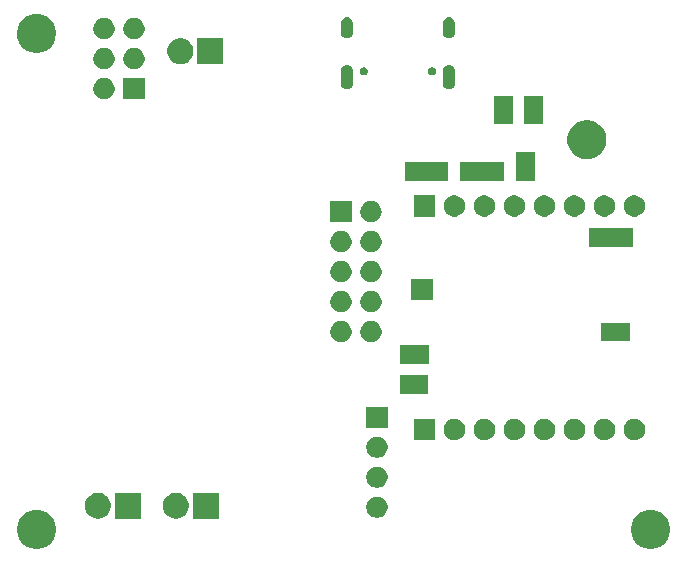
<source format=gbr>
G04 #@! TF.GenerationSoftware,KiCad,Pcbnew,(5.1.5)-2*
G04 #@! TF.CreationDate,2021-03-29T00:27:03+02:00*
G04 #@! TF.ProjectId,Versie1,56657273-6965-4312-9e6b-696361645f70,rev?*
G04 #@! TF.SameCoordinates,Original*
G04 #@! TF.FileFunction,Soldermask,Bot*
G04 #@! TF.FilePolarity,Negative*
%FSLAX46Y46*%
G04 Gerber Fmt 4.6, Leading zero omitted, Abs format (unit mm)*
G04 Created by KiCad (PCBNEW (5.1.5)-2) date 2021-03-29 00:27:03*
%MOMM*%
%LPD*%
G04 APERTURE LIST*
%ADD10C,0.100000*%
G04 APERTURE END LIST*
D10*
G36*
X115375256Y-118391298D02*
G01*
X115481579Y-118412447D01*
X115782042Y-118536903D01*
X116052451Y-118717585D01*
X116282415Y-118947549D01*
X116463097Y-119217958D01*
X116587553Y-119518421D01*
X116651000Y-119837391D01*
X116651000Y-120162609D01*
X116587553Y-120481579D01*
X116463097Y-120782042D01*
X116282415Y-121052451D01*
X116052451Y-121282415D01*
X115782042Y-121463097D01*
X115481579Y-121587553D01*
X115375256Y-121608702D01*
X115162611Y-121651000D01*
X114837389Y-121651000D01*
X114624744Y-121608702D01*
X114518421Y-121587553D01*
X114217958Y-121463097D01*
X113947549Y-121282415D01*
X113717585Y-121052451D01*
X113536903Y-120782042D01*
X113412447Y-120481579D01*
X113349000Y-120162609D01*
X113349000Y-119837391D01*
X113412447Y-119518421D01*
X113536903Y-119217958D01*
X113717585Y-118947549D01*
X113947549Y-118717585D01*
X114217958Y-118536903D01*
X114518421Y-118412447D01*
X114624744Y-118391298D01*
X114837389Y-118349000D01*
X115162611Y-118349000D01*
X115375256Y-118391298D01*
G37*
G36*
X63375256Y-118391298D02*
G01*
X63481579Y-118412447D01*
X63782042Y-118536903D01*
X64052451Y-118717585D01*
X64282415Y-118947549D01*
X64463097Y-119217958D01*
X64587553Y-119518421D01*
X64651000Y-119837391D01*
X64651000Y-120162609D01*
X64587553Y-120481579D01*
X64463097Y-120782042D01*
X64282415Y-121052451D01*
X64052451Y-121282415D01*
X63782042Y-121463097D01*
X63481579Y-121587553D01*
X63375256Y-121608702D01*
X63162611Y-121651000D01*
X62837389Y-121651000D01*
X62624744Y-121608702D01*
X62518421Y-121587553D01*
X62217958Y-121463097D01*
X61947549Y-121282415D01*
X61717585Y-121052451D01*
X61536903Y-120782042D01*
X61412447Y-120481579D01*
X61349000Y-120162609D01*
X61349000Y-119837391D01*
X61412447Y-119518421D01*
X61536903Y-119217958D01*
X61717585Y-118947549D01*
X61947549Y-118717585D01*
X62217958Y-118536903D01*
X62518421Y-118412447D01*
X62624744Y-118391298D01*
X62837389Y-118349000D01*
X63162611Y-118349000D01*
X63375256Y-118391298D01*
G37*
G36*
X78444000Y-119084000D02*
G01*
X76242000Y-119084000D01*
X76242000Y-116882000D01*
X78444000Y-116882000D01*
X78444000Y-119084000D01*
G37*
G36*
X75017795Y-116903156D02*
G01*
X75124150Y-116924311D01*
X75324520Y-117007307D01*
X75504844Y-117127795D01*
X75658205Y-117281156D01*
X75778693Y-117461480D01*
X75778693Y-117461481D01*
X75861689Y-117661850D01*
X75904000Y-117874561D01*
X75904000Y-118091439D01*
X75861689Y-118304150D01*
X75833248Y-118372812D01*
X75778693Y-118504520D01*
X75658205Y-118684844D01*
X75504844Y-118838205D01*
X75324520Y-118958693D01*
X75281829Y-118976376D01*
X75124150Y-119041689D01*
X75017794Y-119062845D01*
X74911440Y-119084000D01*
X74694560Y-119084000D01*
X74588206Y-119062845D01*
X74481850Y-119041689D01*
X74324171Y-118976376D01*
X74281480Y-118958693D01*
X74101156Y-118838205D01*
X73947795Y-118684844D01*
X73827307Y-118504520D01*
X73772752Y-118372812D01*
X73744311Y-118304150D01*
X73702000Y-118091439D01*
X73702000Y-117874561D01*
X73744311Y-117661850D01*
X73827307Y-117461481D01*
X73827307Y-117461480D01*
X73947795Y-117281156D01*
X74101156Y-117127795D01*
X74281480Y-117007307D01*
X74481850Y-116924311D01*
X74588205Y-116903156D01*
X74694560Y-116882000D01*
X74911440Y-116882000D01*
X75017795Y-116903156D01*
G37*
G36*
X71840000Y-119084000D02*
G01*
X69638000Y-119084000D01*
X69638000Y-116882000D01*
X71840000Y-116882000D01*
X71840000Y-119084000D01*
G37*
G36*
X68413795Y-116903156D02*
G01*
X68520150Y-116924311D01*
X68720520Y-117007307D01*
X68900844Y-117127795D01*
X69054205Y-117281156D01*
X69174693Y-117461480D01*
X69174693Y-117461481D01*
X69257689Y-117661850D01*
X69300000Y-117874561D01*
X69300000Y-118091439D01*
X69257689Y-118304150D01*
X69229248Y-118372812D01*
X69174693Y-118504520D01*
X69054205Y-118684844D01*
X68900844Y-118838205D01*
X68720520Y-118958693D01*
X68677829Y-118976376D01*
X68520150Y-119041689D01*
X68413794Y-119062845D01*
X68307440Y-119084000D01*
X68090560Y-119084000D01*
X67984206Y-119062845D01*
X67877850Y-119041689D01*
X67720171Y-118976376D01*
X67677480Y-118958693D01*
X67497156Y-118838205D01*
X67343795Y-118684844D01*
X67223307Y-118504520D01*
X67168752Y-118372812D01*
X67140311Y-118304150D01*
X67098000Y-118091439D01*
X67098000Y-117874561D01*
X67140311Y-117661850D01*
X67223307Y-117461481D01*
X67223307Y-117461480D01*
X67343795Y-117281156D01*
X67497156Y-117127795D01*
X67677480Y-117007307D01*
X67877850Y-116924311D01*
X67984205Y-116903156D01*
X68090560Y-116882000D01*
X68307440Y-116882000D01*
X68413795Y-116903156D01*
G37*
G36*
X91934512Y-117213927D02*
G01*
X92083812Y-117243624D01*
X92247784Y-117311544D01*
X92395354Y-117410147D01*
X92520853Y-117535646D01*
X92619456Y-117683216D01*
X92687376Y-117847188D01*
X92722000Y-118021259D01*
X92722000Y-118198741D01*
X92687376Y-118372812D01*
X92619456Y-118536784D01*
X92520853Y-118684354D01*
X92395354Y-118809853D01*
X92247784Y-118908456D01*
X92083812Y-118976376D01*
X91934512Y-119006073D01*
X91909742Y-119011000D01*
X91732258Y-119011000D01*
X91707488Y-119006073D01*
X91558188Y-118976376D01*
X91394216Y-118908456D01*
X91246646Y-118809853D01*
X91121147Y-118684354D01*
X91022544Y-118536784D01*
X90954624Y-118372812D01*
X90920000Y-118198741D01*
X90920000Y-118021259D01*
X90954624Y-117847188D01*
X91022544Y-117683216D01*
X91121147Y-117535646D01*
X91246646Y-117410147D01*
X91394216Y-117311544D01*
X91558188Y-117243624D01*
X91707488Y-117213927D01*
X91732258Y-117209000D01*
X91909742Y-117209000D01*
X91934512Y-117213927D01*
G37*
G36*
X91934512Y-114673927D02*
G01*
X92083812Y-114703624D01*
X92247784Y-114771544D01*
X92395354Y-114870147D01*
X92520853Y-114995646D01*
X92619456Y-115143216D01*
X92687376Y-115307188D01*
X92722000Y-115481259D01*
X92722000Y-115658741D01*
X92687376Y-115832812D01*
X92619456Y-115996784D01*
X92520853Y-116144354D01*
X92395354Y-116269853D01*
X92247784Y-116368456D01*
X92083812Y-116436376D01*
X91934512Y-116466073D01*
X91909742Y-116471000D01*
X91732258Y-116471000D01*
X91707488Y-116466073D01*
X91558188Y-116436376D01*
X91394216Y-116368456D01*
X91246646Y-116269853D01*
X91121147Y-116144354D01*
X91022544Y-115996784D01*
X90954624Y-115832812D01*
X90920000Y-115658741D01*
X90920000Y-115481259D01*
X90954624Y-115307188D01*
X91022544Y-115143216D01*
X91121147Y-114995646D01*
X91246646Y-114870147D01*
X91394216Y-114771544D01*
X91558188Y-114703624D01*
X91707488Y-114673927D01*
X91732258Y-114669000D01*
X91909742Y-114669000D01*
X91934512Y-114673927D01*
G37*
G36*
X91934512Y-112133927D02*
G01*
X92083812Y-112163624D01*
X92247784Y-112231544D01*
X92395354Y-112330147D01*
X92520853Y-112455646D01*
X92619456Y-112603216D01*
X92687376Y-112767188D01*
X92722000Y-112941259D01*
X92722000Y-113118741D01*
X92687376Y-113292812D01*
X92619456Y-113456784D01*
X92520853Y-113604354D01*
X92395354Y-113729853D01*
X92247784Y-113828456D01*
X92083812Y-113896376D01*
X91934512Y-113926073D01*
X91909742Y-113931000D01*
X91732258Y-113931000D01*
X91707488Y-113926073D01*
X91558188Y-113896376D01*
X91394216Y-113828456D01*
X91246646Y-113729853D01*
X91121147Y-113604354D01*
X91022544Y-113456784D01*
X90954624Y-113292812D01*
X90920000Y-113118741D01*
X90920000Y-112941259D01*
X90954624Y-112767188D01*
X91022544Y-112603216D01*
X91121147Y-112455646D01*
X91246646Y-112330147D01*
X91394216Y-112231544D01*
X91558188Y-112163624D01*
X91707488Y-112133927D01*
X91732258Y-112129000D01*
X91909742Y-112129000D01*
X91934512Y-112133927D01*
G37*
G36*
X96736000Y-112437500D02*
G01*
X94934000Y-112437500D01*
X94934000Y-110635500D01*
X96736000Y-110635500D01*
X96736000Y-112437500D01*
G37*
G36*
X106108512Y-110640427D02*
G01*
X106257812Y-110670124D01*
X106421784Y-110738044D01*
X106569354Y-110836647D01*
X106694853Y-110962146D01*
X106793456Y-111109716D01*
X106861376Y-111273688D01*
X106896000Y-111447759D01*
X106896000Y-111625241D01*
X106861376Y-111799312D01*
X106793456Y-111963284D01*
X106694853Y-112110854D01*
X106569354Y-112236353D01*
X106421784Y-112334956D01*
X106257812Y-112402876D01*
X106108512Y-112432573D01*
X106083742Y-112437500D01*
X105906258Y-112437500D01*
X105881488Y-112432573D01*
X105732188Y-112402876D01*
X105568216Y-112334956D01*
X105420646Y-112236353D01*
X105295147Y-112110854D01*
X105196544Y-111963284D01*
X105128624Y-111799312D01*
X105094000Y-111625241D01*
X105094000Y-111447759D01*
X105128624Y-111273688D01*
X105196544Y-111109716D01*
X105295147Y-110962146D01*
X105420646Y-110836647D01*
X105568216Y-110738044D01*
X105732188Y-110670124D01*
X105881488Y-110640427D01*
X105906258Y-110635500D01*
X106083742Y-110635500D01*
X106108512Y-110640427D01*
G37*
G36*
X103568512Y-110640427D02*
G01*
X103717812Y-110670124D01*
X103881784Y-110738044D01*
X104029354Y-110836647D01*
X104154853Y-110962146D01*
X104253456Y-111109716D01*
X104321376Y-111273688D01*
X104356000Y-111447759D01*
X104356000Y-111625241D01*
X104321376Y-111799312D01*
X104253456Y-111963284D01*
X104154853Y-112110854D01*
X104029354Y-112236353D01*
X103881784Y-112334956D01*
X103717812Y-112402876D01*
X103568512Y-112432573D01*
X103543742Y-112437500D01*
X103366258Y-112437500D01*
X103341488Y-112432573D01*
X103192188Y-112402876D01*
X103028216Y-112334956D01*
X102880646Y-112236353D01*
X102755147Y-112110854D01*
X102656544Y-111963284D01*
X102588624Y-111799312D01*
X102554000Y-111625241D01*
X102554000Y-111447759D01*
X102588624Y-111273688D01*
X102656544Y-111109716D01*
X102755147Y-110962146D01*
X102880646Y-110836647D01*
X103028216Y-110738044D01*
X103192188Y-110670124D01*
X103341488Y-110640427D01*
X103366258Y-110635500D01*
X103543742Y-110635500D01*
X103568512Y-110640427D01*
G37*
G36*
X101028512Y-110640427D02*
G01*
X101177812Y-110670124D01*
X101341784Y-110738044D01*
X101489354Y-110836647D01*
X101614853Y-110962146D01*
X101713456Y-111109716D01*
X101781376Y-111273688D01*
X101816000Y-111447759D01*
X101816000Y-111625241D01*
X101781376Y-111799312D01*
X101713456Y-111963284D01*
X101614853Y-112110854D01*
X101489354Y-112236353D01*
X101341784Y-112334956D01*
X101177812Y-112402876D01*
X101028512Y-112432573D01*
X101003742Y-112437500D01*
X100826258Y-112437500D01*
X100801488Y-112432573D01*
X100652188Y-112402876D01*
X100488216Y-112334956D01*
X100340646Y-112236353D01*
X100215147Y-112110854D01*
X100116544Y-111963284D01*
X100048624Y-111799312D01*
X100014000Y-111625241D01*
X100014000Y-111447759D01*
X100048624Y-111273688D01*
X100116544Y-111109716D01*
X100215147Y-110962146D01*
X100340646Y-110836647D01*
X100488216Y-110738044D01*
X100652188Y-110670124D01*
X100801488Y-110640427D01*
X100826258Y-110635500D01*
X101003742Y-110635500D01*
X101028512Y-110640427D01*
G37*
G36*
X98488512Y-110640427D02*
G01*
X98637812Y-110670124D01*
X98801784Y-110738044D01*
X98949354Y-110836647D01*
X99074853Y-110962146D01*
X99173456Y-111109716D01*
X99241376Y-111273688D01*
X99276000Y-111447759D01*
X99276000Y-111625241D01*
X99241376Y-111799312D01*
X99173456Y-111963284D01*
X99074853Y-112110854D01*
X98949354Y-112236353D01*
X98801784Y-112334956D01*
X98637812Y-112402876D01*
X98488512Y-112432573D01*
X98463742Y-112437500D01*
X98286258Y-112437500D01*
X98261488Y-112432573D01*
X98112188Y-112402876D01*
X97948216Y-112334956D01*
X97800646Y-112236353D01*
X97675147Y-112110854D01*
X97576544Y-111963284D01*
X97508624Y-111799312D01*
X97474000Y-111625241D01*
X97474000Y-111447759D01*
X97508624Y-111273688D01*
X97576544Y-111109716D01*
X97675147Y-110962146D01*
X97800646Y-110836647D01*
X97948216Y-110738044D01*
X98112188Y-110670124D01*
X98261488Y-110640427D01*
X98286258Y-110635500D01*
X98463742Y-110635500D01*
X98488512Y-110640427D01*
G37*
G36*
X111188512Y-110640427D02*
G01*
X111337812Y-110670124D01*
X111501784Y-110738044D01*
X111649354Y-110836647D01*
X111774853Y-110962146D01*
X111873456Y-111109716D01*
X111941376Y-111273688D01*
X111976000Y-111447759D01*
X111976000Y-111625241D01*
X111941376Y-111799312D01*
X111873456Y-111963284D01*
X111774853Y-112110854D01*
X111649354Y-112236353D01*
X111501784Y-112334956D01*
X111337812Y-112402876D01*
X111188512Y-112432573D01*
X111163742Y-112437500D01*
X110986258Y-112437500D01*
X110961488Y-112432573D01*
X110812188Y-112402876D01*
X110648216Y-112334956D01*
X110500646Y-112236353D01*
X110375147Y-112110854D01*
X110276544Y-111963284D01*
X110208624Y-111799312D01*
X110174000Y-111625241D01*
X110174000Y-111447759D01*
X110208624Y-111273688D01*
X110276544Y-111109716D01*
X110375147Y-110962146D01*
X110500646Y-110836647D01*
X110648216Y-110738044D01*
X110812188Y-110670124D01*
X110961488Y-110640427D01*
X110986258Y-110635500D01*
X111163742Y-110635500D01*
X111188512Y-110640427D01*
G37*
G36*
X113728512Y-110640427D02*
G01*
X113877812Y-110670124D01*
X114041784Y-110738044D01*
X114189354Y-110836647D01*
X114314853Y-110962146D01*
X114413456Y-111109716D01*
X114481376Y-111273688D01*
X114516000Y-111447759D01*
X114516000Y-111625241D01*
X114481376Y-111799312D01*
X114413456Y-111963284D01*
X114314853Y-112110854D01*
X114189354Y-112236353D01*
X114041784Y-112334956D01*
X113877812Y-112402876D01*
X113728512Y-112432573D01*
X113703742Y-112437500D01*
X113526258Y-112437500D01*
X113501488Y-112432573D01*
X113352188Y-112402876D01*
X113188216Y-112334956D01*
X113040646Y-112236353D01*
X112915147Y-112110854D01*
X112816544Y-111963284D01*
X112748624Y-111799312D01*
X112714000Y-111625241D01*
X112714000Y-111447759D01*
X112748624Y-111273688D01*
X112816544Y-111109716D01*
X112915147Y-110962146D01*
X113040646Y-110836647D01*
X113188216Y-110738044D01*
X113352188Y-110670124D01*
X113501488Y-110640427D01*
X113526258Y-110635500D01*
X113703742Y-110635500D01*
X113728512Y-110640427D01*
G37*
G36*
X108648512Y-110640427D02*
G01*
X108797812Y-110670124D01*
X108961784Y-110738044D01*
X109109354Y-110836647D01*
X109234853Y-110962146D01*
X109333456Y-111109716D01*
X109401376Y-111273688D01*
X109436000Y-111447759D01*
X109436000Y-111625241D01*
X109401376Y-111799312D01*
X109333456Y-111963284D01*
X109234853Y-112110854D01*
X109109354Y-112236353D01*
X108961784Y-112334956D01*
X108797812Y-112402876D01*
X108648512Y-112432573D01*
X108623742Y-112437500D01*
X108446258Y-112437500D01*
X108421488Y-112432573D01*
X108272188Y-112402876D01*
X108108216Y-112334956D01*
X107960646Y-112236353D01*
X107835147Y-112110854D01*
X107736544Y-111963284D01*
X107668624Y-111799312D01*
X107634000Y-111625241D01*
X107634000Y-111447759D01*
X107668624Y-111273688D01*
X107736544Y-111109716D01*
X107835147Y-110962146D01*
X107960646Y-110836647D01*
X108108216Y-110738044D01*
X108272188Y-110670124D01*
X108421488Y-110640427D01*
X108446258Y-110635500D01*
X108623742Y-110635500D01*
X108648512Y-110640427D01*
G37*
G36*
X92722000Y-111391000D02*
G01*
X90920000Y-111391000D01*
X90920000Y-109589000D01*
X92722000Y-109589000D01*
X92722000Y-111391000D01*
G37*
G36*
X96182000Y-108497000D02*
G01*
X93780000Y-108497000D01*
X93780000Y-106895000D01*
X96182000Y-106895000D01*
X96182000Y-108497000D01*
G37*
G36*
X96197000Y-105957000D02*
G01*
X93795000Y-105957000D01*
X93795000Y-104355000D01*
X96197000Y-104355000D01*
X96197000Y-105957000D01*
G37*
G36*
X88886512Y-102354927D02*
G01*
X89035812Y-102384624D01*
X89199784Y-102452544D01*
X89347354Y-102551147D01*
X89472853Y-102676646D01*
X89571456Y-102824216D01*
X89639376Y-102988188D01*
X89674000Y-103162259D01*
X89674000Y-103339741D01*
X89639376Y-103513812D01*
X89571456Y-103677784D01*
X89472853Y-103825354D01*
X89347354Y-103950853D01*
X89199784Y-104049456D01*
X89035812Y-104117376D01*
X88886512Y-104147073D01*
X88861742Y-104152000D01*
X88684258Y-104152000D01*
X88659488Y-104147073D01*
X88510188Y-104117376D01*
X88346216Y-104049456D01*
X88198646Y-103950853D01*
X88073147Y-103825354D01*
X87974544Y-103677784D01*
X87906624Y-103513812D01*
X87872000Y-103339741D01*
X87872000Y-103162259D01*
X87906624Y-102988188D01*
X87974544Y-102824216D01*
X88073147Y-102676646D01*
X88198646Y-102551147D01*
X88346216Y-102452544D01*
X88510188Y-102384624D01*
X88659488Y-102354927D01*
X88684258Y-102350000D01*
X88861742Y-102350000D01*
X88886512Y-102354927D01*
G37*
G36*
X91426512Y-102354927D02*
G01*
X91575812Y-102384624D01*
X91739784Y-102452544D01*
X91887354Y-102551147D01*
X92012853Y-102676646D01*
X92111456Y-102824216D01*
X92179376Y-102988188D01*
X92214000Y-103162259D01*
X92214000Y-103339741D01*
X92179376Y-103513812D01*
X92111456Y-103677784D01*
X92012853Y-103825354D01*
X91887354Y-103950853D01*
X91739784Y-104049456D01*
X91575812Y-104117376D01*
X91426512Y-104147073D01*
X91401742Y-104152000D01*
X91224258Y-104152000D01*
X91199488Y-104147073D01*
X91050188Y-104117376D01*
X90886216Y-104049456D01*
X90738646Y-103950853D01*
X90613147Y-103825354D01*
X90514544Y-103677784D01*
X90446624Y-103513812D01*
X90412000Y-103339741D01*
X90412000Y-103162259D01*
X90446624Y-102988188D01*
X90514544Y-102824216D01*
X90613147Y-102676646D01*
X90738646Y-102551147D01*
X90886216Y-102452544D01*
X91050188Y-102384624D01*
X91199488Y-102354927D01*
X91224258Y-102350000D01*
X91401742Y-102350000D01*
X91426512Y-102354927D01*
G37*
G36*
X113215000Y-104082500D02*
G01*
X110813000Y-104082500D01*
X110813000Y-102480500D01*
X113215000Y-102480500D01*
X113215000Y-104082500D01*
G37*
G36*
X88886512Y-99814927D02*
G01*
X89035812Y-99844624D01*
X89199784Y-99912544D01*
X89347354Y-100011147D01*
X89472853Y-100136646D01*
X89571456Y-100284216D01*
X89639376Y-100448188D01*
X89674000Y-100622259D01*
X89674000Y-100799741D01*
X89639376Y-100973812D01*
X89571456Y-101137784D01*
X89472853Y-101285354D01*
X89347354Y-101410853D01*
X89199784Y-101509456D01*
X89035812Y-101577376D01*
X88886512Y-101607073D01*
X88861742Y-101612000D01*
X88684258Y-101612000D01*
X88659488Y-101607073D01*
X88510188Y-101577376D01*
X88346216Y-101509456D01*
X88198646Y-101410853D01*
X88073147Y-101285354D01*
X87974544Y-101137784D01*
X87906624Y-100973812D01*
X87872000Y-100799741D01*
X87872000Y-100622259D01*
X87906624Y-100448188D01*
X87974544Y-100284216D01*
X88073147Y-100136646D01*
X88198646Y-100011147D01*
X88346216Y-99912544D01*
X88510188Y-99844624D01*
X88659488Y-99814927D01*
X88684258Y-99810000D01*
X88861742Y-99810000D01*
X88886512Y-99814927D01*
G37*
G36*
X91426512Y-99814927D02*
G01*
X91575812Y-99844624D01*
X91739784Y-99912544D01*
X91887354Y-100011147D01*
X92012853Y-100136646D01*
X92111456Y-100284216D01*
X92179376Y-100448188D01*
X92214000Y-100622259D01*
X92214000Y-100799741D01*
X92179376Y-100973812D01*
X92111456Y-101137784D01*
X92012853Y-101285354D01*
X91887354Y-101410853D01*
X91739784Y-101509456D01*
X91575812Y-101577376D01*
X91426512Y-101607073D01*
X91401742Y-101612000D01*
X91224258Y-101612000D01*
X91199488Y-101607073D01*
X91050188Y-101577376D01*
X90886216Y-101509456D01*
X90738646Y-101410853D01*
X90613147Y-101285354D01*
X90514544Y-101137784D01*
X90446624Y-100973812D01*
X90412000Y-100799741D01*
X90412000Y-100622259D01*
X90446624Y-100448188D01*
X90514544Y-100284216D01*
X90613147Y-100136646D01*
X90738646Y-100011147D01*
X90886216Y-99912544D01*
X91050188Y-99844624D01*
X91199488Y-99814927D01*
X91224258Y-99810000D01*
X91401742Y-99810000D01*
X91426512Y-99814927D01*
G37*
G36*
X96532000Y-100596000D02*
G01*
X94730000Y-100596000D01*
X94730000Y-98794000D01*
X96532000Y-98794000D01*
X96532000Y-100596000D01*
G37*
G36*
X91426512Y-97274927D02*
G01*
X91575812Y-97304624D01*
X91739784Y-97372544D01*
X91887354Y-97471147D01*
X92012853Y-97596646D01*
X92111456Y-97744216D01*
X92179376Y-97908188D01*
X92214000Y-98082259D01*
X92214000Y-98259741D01*
X92179376Y-98433812D01*
X92111456Y-98597784D01*
X92012853Y-98745354D01*
X91887354Y-98870853D01*
X91739784Y-98969456D01*
X91575812Y-99037376D01*
X91426512Y-99067073D01*
X91401742Y-99072000D01*
X91224258Y-99072000D01*
X91199488Y-99067073D01*
X91050188Y-99037376D01*
X90886216Y-98969456D01*
X90738646Y-98870853D01*
X90613147Y-98745354D01*
X90514544Y-98597784D01*
X90446624Y-98433812D01*
X90412000Y-98259741D01*
X90412000Y-98082259D01*
X90446624Y-97908188D01*
X90514544Y-97744216D01*
X90613147Y-97596646D01*
X90738646Y-97471147D01*
X90886216Y-97372544D01*
X91050188Y-97304624D01*
X91199488Y-97274927D01*
X91224258Y-97270000D01*
X91401742Y-97270000D01*
X91426512Y-97274927D01*
G37*
G36*
X88886512Y-97274927D02*
G01*
X89035812Y-97304624D01*
X89199784Y-97372544D01*
X89347354Y-97471147D01*
X89472853Y-97596646D01*
X89571456Y-97744216D01*
X89639376Y-97908188D01*
X89674000Y-98082259D01*
X89674000Y-98259741D01*
X89639376Y-98433812D01*
X89571456Y-98597784D01*
X89472853Y-98745354D01*
X89347354Y-98870853D01*
X89199784Y-98969456D01*
X89035812Y-99037376D01*
X88886512Y-99067073D01*
X88861742Y-99072000D01*
X88684258Y-99072000D01*
X88659488Y-99067073D01*
X88510188Y-99037376D01*
X88346216Y-98969456D01*
X88198646Y-98870853D01*
X88073147Y-98745354D01*
X87974544Y-98597784D01*
X87906624Y-98433812D01*
X87872000Y-98259741D01*
X87872000Y-98082259D01*
X87906624Y-97908188D01*
X87974544Y-97744216D01*
X88073147Y-97596646D01*
X88198646Y-97471147D01*
X88346216Y-97372544D01*
X88510188Y-97304624D01*
X88659488Y-97274927D01*
X88684258Y-97270000D01*
X88861742Y-97270000D01*
X88886512Y-97274927D01*
G37*
G36*
X88886512Y-94734927D02*
G01*
X89035812Y-94764624D01*
X89199784Y-94832544D01*
X89347354Y-94931147D01*
X89472853Y-95056646D01*
X89571456Y-95204216D01*
X89639376Y-95368188D01*
X89674000Y-95542259D01*
X89674000Y-95719741D01*
X89639376Y-95893812D01*
X89571456Y-96057784D01*
X89472853Y-96205354D01*
X89347354Y-96330853D01*
X89199784Y-96429456D01*
X89035812Y-96497376D01*
X88886512Y-96527073D01*
X88861742Y-96532000D01*
X88684258Y-96532000D01*
X88659488Y-96527073D01*
X88510188Y-96497376D01*
X88346216Y-96429456D01*
X88198646Y-96330853D01*
X88073147Y-96205354D01*
X87974544Y-96057784D01*
X87906624Y-95893812D01*
X87872000Y-95719741D01*
X87872000Y-95542259D01*
X87906624Y-95368188D01*
X87974544Y-95204216D01*
X88073147Y-95056646D01*
X88198646Y-94931147D01*
X88346216Y-94832544D01*
X88510188Y-94764624D01*
X88659488Y-94734927D01*
X88684258Y-94730000D01*
X88861742Y-94730000D01*
X88886512Y-94734927D01*
G37*
G36*
X91426512Y-94734927D02*
G01*
X91575812Y-94764624D01*
X91739784Y-94832544D01*
X91887354Y-94931147D01*
X92012853Y-95056646D01*
X92111456Y-95204216D01*
X92179376Y-95368188D01*
X92214000Y-95542259D01*
X92214000Y-95719741D01*
X92179376Y-95893812D01*
X92111456Y-96057784D01*
X92012853Y-96205354D01*
X91887354Y-96330853D01*
X91739784Y-96429456D01*
X91575812Y-96497376D01*
X91426512Y-96527073D01*
X91401742Y-96532000D01*
X91224258Y-96532000D01*
X91199488Y-96527073D01*
X91050188Y-96497376D01*
X90886216Y-96429456D01*
X90738646Y-96330853D01*
X90613147Y-96205354D01*
X90514544Y-96057784D01*
X90446624Y-95893812D01*
X90412000Y-95719741D01*
X90412000Y-95542259D01*
X90446624Y-95368188D01*
X90514544Y-95204216D01*
X90613147Y-95056646D01*
X90738646Y-94931147D01*
X90886216Y-94832544D01*
X91050188Y-94764624D01*
X91199488Y-94734927D01*
X91224258Y-94730000D01*
X91401742Y-94730000D01*
X91426512Y-94734927D01*
G37*
G36*
X113514000Y-96051000D02*
G01*
X109812000Y-96051000D01*
X109812000Y-94449000D01*
X113514000Y-94449000D01*
X113514000Y-96051000D01*
G37*
G36*
X91426512Y-92194927D02*
G01*
X91575812Y-92224624D01*
X91739784Y-92292544D01*
X91887354Y-92391147D01*
X92012853Y-92516646D01*
X92111456Y-92664216D01*
X92179376Y-92828188D01*
X92209073Y-92977488D01*
X92214000Y-93002258D01*
X92214000Y-93179742D01*
X92212386Y-93187854D01*
X92179376Y-93353812D01*
X92111456Y-93517784D01*
X92012853Y-93665354D01*
X91887354Y-93790853D01*
X91739784Y-93889456D01*
X91575812Y-93957376D01*
X91426512Y-93987073D01*
X91401742Y-93992000D01*
X91224258Y-93992000D01*
X91199488Y-93987073D01*
X91050188Y-93957376D01*
X90886216Y-93889456D01*
X90738646Y-93790853D01*
X90613147Y-93665354D01*
X90514544Y-93517784D01*
X90446624Y-93353812D01*
X90413614Y-93187854D01*
X90412000Y-93179742D01*
X90412000Y-93002258D01*
X90416927Y-92977488D01*
X90446624Y-92828188D01*
X90514544Y-92664216D01*
X90613147Y-92516646D01*
X90738646Y-92391147D01*
X90886216Y-92292544D01*
X91050188Y-92224624D01*
X91199488Y-92194927D01*
X91224258Y-92190000D01*
X91401742Y-92190000D01*
X91426512Y-92194927D01*
G37*
G36*
X89674000Y-93992000D02*
G01*
X87872000Y-93992000D01*
X87872000Y-92190000D01*
X89674000Y-92190000D01*
X89674000Y-93992000D01*
G37*
G36*
X98488512Y-91717427D02*
G01*
X98637812Y-91747124D01*
X98801784Y-91815044D01*
X98949354Y-91913647D01*
X99074853Y-92039146D01*
X99173456Y-92186716D01*
X99241376Y-92350688D01*
X99271073Y-92499988D01*
X99274387Y-92516647D01*
X99276000Y-92524759D01*
X99276000Y-92702241D01*
X99241376Y-92876312D01*
X99173456Y-93040284D01*
X99074853Y-93187854D01*
X98949354Y-93313353D01*
X98801784Y-93411956D01*
X98637812Y-93479876D01*
X98488512Y-93509573D01*
X98463742Y-93514500D01*
X98286258Y-93514500D01*
X98261488Y-93509573D01*
X98112188Y-93479876D01*
X97948216Y-93411956D01*
X97800646Y-93313353D01*
X97675147Y-93187854D01*
X97576544Y-93040284D01*
X97508624Y-92876312D01*
X97474000Y-92702241D01*
X97474000Y-92524759D01*
X97475614Y-92516647D01*
X97478927Y-92499988D01*
X97508624Y-92350688D01*
X97576544Y-92186716D01*
X97675147Y-92039146D01*
X97800646Y-91913647D01*
X97948216Y-91815044D01*
X98112188Y-91747124D01*
X98261488Y-91717427D01*
X98286258Y-91712500D01*
X98463742Y-91712500D01*
X98488512Y-91717427D01*
G37*
G36*
X96736000Y-93514500D02*
G01*
X94934000Y-93514500D01*
X94934000Y-91712500D01*
X96736000Y-91712500D01*
X96736000Y-93514500D01*
G37*
G36*
X113728512Y-91717427D02*
G01*
X113877812Y-91747124D01*
X114041784Y-91815044D01*
X114189354Y-91913647D01*
X114314853Y-92039146D01*
X114413456Y-92186716D01*
X114481376Y-92350688D01*
X114511073Y-92499988D01*
X114514387Y-92516647D01*
X114516000Y-92524759D01*
X114516000Y-92702241D01*
X114481376Y-92876312D01*
X114413456Y-93040284D01*
X114314853Y-93187854D01*
X114189354Y-93313353D01*
X114041784Y-93411956D01*
X113877812Y-93479876D01*
X113728512Y-93509573D01*
X113703742Y-93514500D01*
X113526258Y-93514500D01*
X113501488Y-93509573D01*
X113352188Y-93479876D01*
X113188216Y-93411956D01*
X113040646Y-93313353D01*
X112915147Y-93187854D01*
X112816544Y-93040284D01*
X112748624Y-92876312D01*
X112714000Y-92702241D01*
X112714000Y-92524759D01*
X112715614Y-92516647D01*
X112718927Y-92499988D01*
X112748624Y-92350688D01*
X112816544Y-92186716D01*
X112915147Y-92039146D01*
X113040646Y-91913647D01*
X113188216Y-91815044D01*
X113352188Y-91747124D01*
X113501488Y-91717427D01*
X113526258Y-91712500D01*
X113703742Y-91712500D01*
X113728512Y-91717427D01*
G37*
G36*
X111188512Y-91717427D02*
G01*
X111337812Y-91747124D01*
X111501784Y-91815044D01*
X111649354Y-91913647D01*
X111774853Y-92039146D01*
X111873456Y-92186716D01*
X111941376Y-92350688D01*
X111971073Y-92499988D01*
X111974387Y-92516647D01*
X111976000Y-92524759D01*
X111976000Y-92702241D01*
X111941376Y-92876312D01*
X111873456Y-93040284D01*
X111774853Y-93187854D01*
X111649354Y-93313353D01*
X111501784Y-93411956D01*
X111337812Y-93479876D01*
X111188512Y-93509573D01*
X111163742Y-93514500D01*
X110986258Y-93514500D01*
X110961488Y-93509573D01*
X110812188Y-93479876D01*
X110648216Y-93411956D01*
X110500646Y-93313353D01*
X110375147Y-93187854D01*
X110276544Y-93040284D01*
X110208624Y-92876312D01*
X110174000Y-92702241D01*
X110174000Y-92524759D01*
X110175614Y-92516647D01*
X110178927Y-92499988D01*
X110208624Y-92350688D01*
X110276544Y-92186716D01*
X110375147Y-92039146D01*
X110500646Y-91913647D01*
X110648216Y-91815044D01*
X110812188Y-91747124D01*
X110961488Y-91717427D01*
X110986258Y-91712500D01*
X111163742Y-91712500D01*
X111188512Y-91717427D01*
G37*
G36*
X108648512Y-91717427D02*
G01*
X108797812Y-91747124D01*
X108961784Y-91815044D01*
X109109354Y-91913647D01*
X109234853Y-92039146D01*
X109333456Y-92186716D01*
X109401376Y-92350688D01*
X109431073Y-92499988D01*
X109434387Y-92516647D01*
X109436000Y-92524759D01*
X109436000Y-92702241D01*
X109401376Y-92876312D01*
X109333456Y-93040284D01*
X109234853Y-93187854D01*
X109109354Y-93313353D01*
X108961784Y-93411956D01*
X108797812Y-93479876D01*
X108648512Y-93509573D01*
X108623742Y-93514500D01*
X108446258Y-93514500D01*
X108421488Y-93509573D01*
X108272188Y-93479876D01*
X108108216Y-93411956D01*
X107960646Y-93313353D01*
X107835147Y-93187854D01*
X107736544Y-93040284D01*
X107668624Y-92876312D01*
X107634000Y-92702241D01*
X107634000Y-92524759D01*
X107635614Y-92516647D01*
X107638927Y-92499988D01*
X107668624Y-92350688D01*
X107736544Y-92186716D01*
X107835147Y-92039146D01*
X107960646Y-91913647D01*
X108108216Y-91815044D01*
X108272188Y-91747124D01*
X108421488Y-91717427D01*
X108446258Y-91712500D01*
X108623742Y-91712500D01*
X108648512Y-91717427D01*
G37*
G36*
X106108512Y-91717427D02*
G01*
X106257812Y-91747124D01*
X106421784Y-91815044D01*
X106569354Y-91913647D01*
X106694853Y-92039146D01*
X106793456Y-92186716D01*
X106861376Y-92350688D01*
X106891073Y-92499988D01*
X106894387Y-92516647D01*
X106896000Y-92524759D01*
X106896000Y-92702241D01*
X106861376Y-92876312D01*
X106793456Y-93040284D01*
X106694853Y-93187854D01*
X106569354Y-93313353D01*
X106421784Y-93411956D01*
X106257812Y-93479876D01*
X106108512Y-93509573D01*
X106083742Y-93514500D01*
X105906258Y-93514500D01*
X105881488Y-93509573D01*
X105732188Y-93479876D01*
X105568216Y-93411956D01*
X105420646Y-93313353D01*
X105295147Y-93187854D01*
X105196544Y-93040284D01*
X105128624Y-92876312D01*
X105094000Y-92702241D01*
X105094000Y-92524759D01*
X105095614Y-92516647D01*
X105098927Y-92499988D01*
X105128624Y-92350688D01*
X105196544Y-92186716D01*
X105295147Y-92039146D01*
X105420646Y-91913647D01*
X105568216Y-91815044D01*
X105732188Y-91747124D01*
X105881488Y-91717427D01*
X105906258Y-91712500D01*
X106083742Y-91712500D01*
X106108512Y-91717427D01*
G37*
G36*
X103568512Y-91717427D02*
G01*
X103717812Y-91747124D01*
X103881784Y-91815044D01*
X104029354Y-91913647D01*
X104154853Y-92039146D01*
X104253456Y-92186716D01*
X104321376Y-92350688D01*
X104351073Y-92499988D01*
X104354387Y-92516647D01*
X104356000Y-92524759D01*
X104356000Y-92702241D01*
X104321376Y-92876312D01*
X104253456Y-93040284D01*
X104154853Y-93187854D01*
X104029354Y-93313353D01*
X103881784Y-93411956D01*
X103717812Y-93479876D01*
X103568512Y-93509573D01*
X103543742Y-93514500D01*
X103366258Y-93514500D01*
X103341488Y-93509573D01*
X103192188Y-93479876D01*
X103028216Y-93411956D01*
X102880646Y-93313353D01*
X102755147Y-93187854D01*
X102656544Y-93040284D01*
X102588624Y-92876312D01*
X102554000Y-92702241D01*
X102554000Y-92524759D01*
X102555614Y-92516647D01*
X102558927Y-92499988D01*
X102588624Y-92350688D01*
X102656544Y-92186716D01*
X102755147Y-92039146D01*
X102880646Y-91913647D01*
X103028216Y-91815044D01*
X103192188Y-91747124D01*
X103341488Y-91717427D01*
X103366258Y-91712500D01*
X103543742Y-91712500D01*
X103568512Y-91717427D01*
G37*
G36*
X101028512Y-91717427D02*
G01*
X101177812Y-91747124D01*
X101341784Y-91815044D01*
X101489354Y-91913647D01*
X101614853Y-92039146D01*
X101713456Y-92186716D01*
X101781376Y-92350688D01*
X101811073Y-92499988D01*
X101814387Y-92516647D01*
X101816000Y-92524759D01*
X101816000Y-92702241D01*
X101781376Y-92876312D01*
X101713456Y-93040284D01*
X101614853Y-93187854D01*
X101489354Y-93313353D01*
X101341784Y-93411956D01*
X101177812Y-93479876D01*
X101028512Y-93509573D01*
X101003742Y-93514500D01*
X100826258Y-93514500D01*
X100801488Y-93509573D01*
X100652188Y-93479876D01*
X100488216Y-93411956D01*
X100340646Y-93313353D01*
X100215147Y-93187854D01*
X100116544Y-93040284D01*
X100048624Y-92876312D01*
X100014000Y-92702241D01*
X100014000Y-92524759D01*
X100015614Y-92516647D01*
X100018927Y-92499988D01*
X100048624Y-92350688D01*
X100116544Y-92186716D01*
X100215147Y-92039146D01*
X100340646Y-91913647D01*
X100488216Y-91815044D01*
X100652188Y-91747124D01*
X100801488Y-91717427D01*
X100826258Y-91712500D01*
X101003742Y-91712500D01*
X101028512Y-91717427D01*
G37*
G36*
X105195000Y-90482000D02*
G01*
X103593000Y-90482000D01*
X103593000Y-88080000D01*
X105195000Y-88080000D01*
X105195000Y-90482000D01*
G37*
G36*
X102592000Y-90463000D02*
G01*
X98890000Y-90463000D01*
X98890000Y-88861000D01*
X102592000Y-88861000D01*
X102592000Y-90463000D01*
G37*
G36*
X97863000Y-90463000D02*
G01*
X94161000Y-90463000D01*
X94161000Y-88861000D01*
X97863000Y-88861000D01*
X97863000Y-90463000D01*
G37*
G36*
X109976256Y-85386298D02*
G01*
X110082579Y-85407447D01*
X110383042Y-85531903D01*
X110653451Y-85712585D01*
X110883415Y-85942549D01*
X111064097Y-86212958D01*
X111188553Y-86513421D01*
X111252000Y-86832391D01*
X111252000Y-87157609D01*
X111188553Y-87476579D01*
X111064097Y-87777042D01*
X110883415Y-88047451D01*
X110653451Y-88277415D01*
X110383042Y-88458097D01*
X110082579Y-88582553D01*
X109976256Y-88603702D01*
X109763611Y-88646000D01*
X109438389Y-88646000D01*
X109225744Y-88603702D01*
X109119421Y-88582553D01*
X108818958Y-88458097D01*
X108548549Y-88277415D01*
X108318585Y-88047451D01*
X108137903Y-87777042D01*
X108013447Y-87476579D01*
X107950000Y-87157609D01*
X107950000Y-86832391D01*
X108013447Y-86513421D01*
X108137903Y-86212958D01*
X108318585Y-85942549D01*
X108548549Y-85712585D01*
X108818958Y-85531903D01*
X109119421Y-85407447D01*
X109225744Y-85386298D01*
X109438389Y-85344000D01*
X109763611Y-85344000D01*
X109976256Y-85386298D01*
G37*
G36*
X105918900Y-85671000D02*
G01*
X104316900Y-85671000D01*
X104316900Y-83269000D01*
X105918900Y-83269000D01*
X105918900Y-85671000D01*
G37*
G36*
X103366200Y-85671000D02*
G01*
X101764200Y-85671000D01*
X101764200Y-83269000D01*
X103366200Y-83269000D01*
X103366200Y-85671000D01*
G37*
G36*
X68820512Y-81780927D02*
G01*
X68969812Y-81810624D01*
X69133784Y-81878544D01*
X69281354Y-81977147D01*
X69406853Y-82102646D01*
X69505456Y-82250216D01*
X69573376Y-82414188D01*
X69608000Y-82588259D01*
X69608000Y-82765741D01*
X69573376Y-82939812D01*
X69505456Y-83103784D01*
X69406853Y-83251354D01*
X69281354Y-83376853D01*
X69133784Y-83475456D01*
X68969812Y-83543376D01*
X68820512Y-83573073D01*
X68795742Y-83578000D01*
X68618258Y-83578000D01*
X68593488Y-83573073D01*
X68444188Y-83543376D01*
X68280216Y-83475456D01*
X68132646Y-83376853D01*
X68007147Y-83251354D01*
X67908544Y-83103784D01*
X67840624Y-82939812D01*
X67806000Y-82765741D01*
X67806000Y-82588259D01*
X67840624Y-82414188D01*
X67908544Y-82250216D01*
X68007147Y-82102646D01*
X68132646Y-81977147D01*
X68280216Y-81878544D01*
X68444188Y-81810624D01*
X68593488Y-81780927D01*
X68618258Y-81776000D01*
X68795742Y-81776000D01*
X68820512Y-81780927D01*
G37*
G36*
X72148000Y-83578000D02*
G01*
X70346000Y-83578000D01*
X70346000Y-81776000D01*
X72148000Y-81776000D01*
X72148000Y-83578000D01*
G37*
G36*
X98017213Y-80642249D02*
G01*
X98111652Y-80670897D01*
X98198687Y-80717418D01*
X98274975Y-80780025D01*
X98337582Y-80856313D01*
X98384103Y-80943348D01*
X98412751Y-81037787D01*
X98420000Y-81111388D01*
X98420000Y-82260612D01*
X98412751Y-82334213D01*
X98384103Y-82428652D01*
X98337582Y-82515687D01*
X98274975Y-82591975D01*
X98198687Y-82654582D01*
X98111651Y-82701103D01*
X98017212Y-82729751D01*
X97919000Y-82739424D01*
X97820787Y-82729751D01*
X97726348Y-82701103D01*
X97639313Y-82654582D01*
X97563025Y-82591975D01*
X97500418Y-82515687D01*
X97453897Y-82428651D01*
X97425249Y-82334212D01*
X97418000Y-82260611D01*
X97418001Y-81111388D01*
X97425250Y-81037787D01*
X97453898Y-80943348D01*
X97500419Y-80856313D01*
X97563026Y-80780025D01*
X97639314Y-80717418D01*
X97726349Y-80670897D01*
X97820788Y-80642249D01*
X97919000Y-80632576D01*
X98017213Y-80642249D01*
G37*
G36*
X89377213Y-80642249D02*
G01*
X89471652Y-80670897D01*
X89558687Y-80717418D01*
X89634975Y-80780025D01*
X89697582Y-80856313D01*
X89744103Y-80943348D01*
X89772751Y-81037787D01*
X89780000Y-81111388D01*
X89780000Y-82260612D01*
X89772751Y-82334213D01*
X89744103Y-82428652D01*
X89697582Y-82515687D01*
X89634975Y-82591975D01*
X89558687Y-82654582D01*
X89471651Y-82701103D01*
X89377212Y-82729751D01*
X89279000Y-82739424D01*
X89180787Y-82729751D01*
X89086348Y-82701103D01*
X88999313Y-82654582D01*
X88923025Y-82591975D01*
X88860418Y-82515687D01*
X88813897Y-82428651D01*
X88785249Y-82334212D01*
X88778000Y-82260611D01*
X88778001Y-81111388D01*
X88785250Y-81037787D01*
X88813898Y-80943348D01*
X88860419Y-80856313D01*
X88923026Y-80780025D01*
X88999314Y-80717418D01*
X89086349Y-80670897D01*
X89180788Y-80642249D01*
X89279000Y-80632576D01*
X89377213Y-80642249D01*
G37*
G36*
X96591383Y-80868489D02*
G01*
X96591386Y-80868490D01*
X96591385Y-80868490D01*
X96655258Y-80894946D01*
X96712748Y-80933360D01*
X96761640Y-80982252D01*
X96800054Y-81039742D01*
X96821624Y-81091818D01*
X96826511Y-81103617D01*
X96840000Y-81171430D01*
X96840000Y-81240570D01*
X96826511Y-81308383D01*
X96826510Y-81308385D01*
X96800054Y-81372258D01*
X96761640Y-81429748D01*
X96712748Y-81478640D01*
X96655258Y-81517054D01*
X96603182Y-81538624D01*
X96591383Y-81543511D01*
X96523570Y-81557000D01*
X96454430Y-81557000D01*
X96386617Y-81543511D01*
X96374818Y-81538624D01*
X96322742Y-81517054D01*
X96265252Y-81478640D01*
X96216360Y-81429748D01*
X96177946Y-81372258D01*
X96151490Y-81308385D01*
X96151489Y-81308383D01*
X96138000Y-81240570D01*
X96138000Y-81171430D01*
X96151489Y-81103617D01*
X96156376Y-81091818D01*
X96177946Y-81039742D01*
X96216360Y-80982252D01*
X96265252Y-80933360D01*
X96322742Y-80894946D01*
X96386615Y-80868490D01*
X96386614Y-80868490D01*
X96386617Y-80868489D01*
X96454430Y-80855000D01*
X96523570Y-80855000D01*
X96591383Y-80868489D01*
G37*
G36*
X90811383Y-80868489D02*
G01*
X90811386Y-80868490D01*
X90811385Y-80868490D01*
X90875258Y-80894946D01*
X90932748Y-80933360D01*
X90981640Y-80982252D01*
X91020054Y-81039742D01*
X91041624Y-81091818D01*
X91046511Y-81103617D01*
X91060000Y-81171430D01*
X91060000Y-81240570D01*
X91046511Y-81308383D01*
X91046510Y-81308385D01*
X91020054Y-81372258D01*
X90981640Y-81429748D01*
X90932748Y-81478640D01*
X90875258Y-81517054D01*
X90823182Y-81538624D01*
X90811383Y-81543511D01*
X90743570Y-81557000D01*
X90674430Y-81557000D01*
X90606617Y-81543511D01*
X90594818Y-81538624D01*
X90542742Y-81517054D01*
X90485252Y-81478640D01*
X90436360Y-81429748D01*
X90397946Y-81372258D01*
X90371490Y-81308385D01*
X90371489Y-81308383D01*
X90358000Y-81240570D01*
X90358000Y-81171430D01*
X90371489Y-81103617D01*
X90376376Y-81091818D01*
X90397946Y-81039742D01*
X90436360Y-80982252D01*
X90485252Y-80933360D01*
X90542742Y-80894946D01*
X90606615Y-80868490D01*
X90606614Y-80868490D01*
X90606617Y-80868489D01*
X90674430Y-80855000D01*
X90743570Y-80855000D01*
X90811383Y-80868489D01*
G37*
G36*
X71360512Y-79240927D02*
G01*
X71509812Y-79270624D01*
X71673784Y-79338544D01*
X71821354Y-79437147D01*
X71946853Y-79562646D01*
X72045456Y-79710216D01*
X72113376Y-79874188D01*
X72148000Y-80048259D01*
X72148000Y-80225741D01*
X72113376Y-80399812D01*
X72045456Y-80563784D01*
X71946853Y-80711354D01*
X71821354Y-80836853D01*
X71673784Y-80935456D01*
X71509812Y-81003376D01*
X71360512Y-81033073D01*
X71335742Y-81038000D01*
X71158258Y-81038000D01*
X71133488Y-81033073D01*
X70984188Y-81003376D01*
X70820216Y-80935456D01*
X70672646Y-80836853D01*
X70547147Y-80711354D01*
X70448544Y-80563784D01*
X70380624Y-80399812D01*
X70346000Y-80225741D01*
X70346000Y-80048259D01*
X70380624Y-79874188D01*
X70448544Y-79710216D01*
X70547147Y-79562646D01*
X70672646Y-79437147D01*
X70820216Y-79338544D01*
X70984188Y-79270624D01*
X71133488Y-79240927D01*
X71158258Y-79236000D01*
X71335742Y-79236000D01*
X71360512Y-79240927D01*
G37*
G36*
X68820512Y-79240927D02*
G01*
X68969812Y-79270624D01*
X69133784Y-79338544D01*
X69281354Y-79437147D01*
X69406853Y-79562646D01*
X69505456Y-79710216D01*
X69573376Y-79874188D01*
X69608000Y-80048259D01*
X69608000Y-80225741D01*
X69573376Y-80399812D01*
X69505456Y-80563784D01*
X69406853Y-80711354D01*
X69281354Y-80836853D01*
X69133784Y-80935456D01*
X68969812Y-81003376D01*
X68820512Y-81033073D01*
X68795742Y-81038000D01*
X68618258Y-81038000D01*
X68593488Y-81033073D01*
X68444188Y-81003376D01*
X68280216Y-80935456D01*
X68132646Y-80836853D01*
X68007147Y-80711354D01*
X67908544Y-80563784D01*
X67840624Y-80399812D01*
X67806000Y-80225741D01*
X67806000Y-80048259D01*
X67840624Y-79874188D01*
X67908544Y-79710216D01*
X68007147Y-79562646D01*
X68132646Y-79437147D01*
X68280216Y-79338544D01*
X68444188Y-79270624D01*
X68593488Y-79240927D01*
X68618258Y-79236000D01*
X68795742Y-79236000D01*
X68820512Y-79240927D01*
G37*
G36*
X75398794Y-78422155D02*
G01*
X75505150Y-78443311D01*
X75597534Y-78481578D01*
X75705520Y-78526307D01*
X75885844Y-78646795D01*
X76039205Y-78800156D01*
X76159693Y-78980480D01*
X76242689Y-79180851D01*
X76285000Y-79393560D01*
X76285000Y-79610440D01*
X76242689Y-79823149D01*
X76159693Y-80023520D01*
X76039205Y-80203844D01*
X75885844Y-80357205D01*
X75705520Y-80477693D01*
X75605334Y-80519191D01*
X75505150Y-80560689D01*
X75489600Y-80563782D01*
X75292440Y-80603000D01*
X75075560Y-80603000D01*
X74878400Y-80563782D01*
X74862850Y-80560689D01*
X74762666Y-80519191D01*
X74662480Y-80477693D01*
X74482156Y-80357205D01*
X74328795Y-80203844D01*
X74208307Y-80023520D01*
X74125311Y-79823149D01*
X74083000Y-79610440D01*
X74083000Y-79393560D01*
X74125311Y-79180851D01*
X74208307Y-78980480D01*
X74328795Y-78800156D01*
X74482156Y-78646795D01*
X74662480Y-78526307D01*
X74770466Y-78481578D01*
X74862850Y-78443311D01*
X74969206Y-78422155D01*
X75075560Y-78401000D01*
X75292440Y-78401000D01*
X75398794Y-78422155D01*
G37*
G36*
X78825000Y-80603000D02*
G01*
X76623000Y-80603000D01*
X76623000Y-78401000D01*
X78825000Y-78401000D01*
X78825000Y-80603000D01*
G37*
G36*
X63375256Y-76391298D02*
G01*
X63481579Y-76412447D01*
X63782042Y-76536903D01*
X64052451Y-76717585D01*
X64282415Y-76947549D01*
X64463097Y-77217958D01*
X64583344Y-77508259D01*
X64587553Y-77518422D01*
X64651000Y-77837389D01*
X64651000Y-78162611D01*
X64608702Y-78375256D01*
X64587553Y-78481579D01*
X64463097Y-78782042D01*
X64282415Y-79052451D01*
X64052451Y-79282415D01*
X63782042Y-79463097D01*
X63481579Y-79587553D01*
X63375256Y-79608702D01*
X63162611Y-79651000D01*
X62837389Y-79651000D01*
X62624744Y-79608702D01*
X62518421Y-79587553D01*
X62217958Y-79463097D01*
X61947549Y-79282415D01*
X61717585Y-79052451D01*
X61536903Y-78782042D01*
X61412447Y-78481579D01*
X61391298Y-78375256D01*
X61349000Y-78162611D01*
X61349000Y-77837389D01*
X61412447Y-77518422D01*
X61416657Y-77508259D01*
X61536903Y-77217958D01*
X61717585Y-76947549D01*
X61947549Y-76717585D01*
X62217958Y-76536903D01*
X62518421Y-76412447D01*
X62624744Y-76391298D01*
X62837389Y-76349000D01*
X63162611Y-76349000D01*
X63375256Y-76391298D01*
G37*
G36*
X68820512Y-76700927D02*
G01*
X68969812Y-76730624D01*
X69133784Y-76798544D01*
X69281354Y-76897147D01*
X69406853Y-77022646D01*
X69505456Y-77170216D01*
X69573376Y-77334188D01*
X69608000Y-77508259D01*
X69608000Y-77685741D01*
X69573376Y-77859812D01*
X69505456Y-78023784D01*
X69406853Y-78171354D01*
X69281354Y-78296853D01*
X69133784Y-78395456D01*
X68969812Y-78463376D01*
X68820512Y-78493073D01*
X68795742Y-78498000D01*
X68618258Y-78498000D01*
X68593488Y-78493073D01*
X68444188Y-78463376D01*
X68280216Y-78395456D01*
X68132646Y-78296853D01*
X68007147Y-78171354D01*
X67908544Y-78023784D01*
X67840624Y-77859812D01*
X67806000Y-77685741D01*
X67806000Y-77508259D01*
X67840624Y-77334188D01*
X67908544Y-77170216D01*
X68007147Y-77022646D01*
X68132646Y-76897147D01*
X68280216Y-76798544D01*
X68444188Y-76730624D01*
X68593488Y-76700927D01*
X68618258Y-76696000D01*
X68795742Y-76696000D01*
X68820512Y-76700927D01*
G37*
G36*
X71360512Y-76700927D02*
G01*
X71509812Y-76730624D01*
X71673784Y-76798544D01*
X71821354Y-76897147D01*
X71946853Y-77022646D01*
X72045456Y-77170216D01*
X72113376Y-77334188D01*
X72148000Y-77508259D01*
X72148000Y-77685741D01*
X72113376Y-77859812D01*
X72045456Y-78023784D01*
X71946853Y-78171354D01*
X71821354Y-78296853D01*
X71673784Y-78395456D01*
X71509812Y-78463376D01*
X71360512Y-78493073D01*
X71335742Y-78498000D01*
X71158258Y-78498000D01*
X71133488Y-78493073D01*
X70984188Y-78463376D01*
X70820216Y-78395456D01*
X70672646Y-78296853D01*
X70547147Y-78171354D01*
X70448544Y-78023784D01*
X70380624Y-77859812D01*
X70346000Y-77685741D01*
X70346000Y-77508259D01*
X70380624Y-77334188D01*
X70448544Y-77170216D01*
X70547147Y-77022646D01*
X70672646Y-76897147D01*
X70820216Y-76798544D01*
X70984188Y-76730624D01*
X71133488Y-76700927D01*
X71158258Y-76696000D01*
X71335742Y-76696000D01*
X71360512Y-76700927D01*
G37*
G36*
X89377213Y-76622249D02*
G01*
X89471652Y-76650897D01*
X89558687Y-76697418D01*
X89634975Y-76760025D01*
X89697582Y-76836313D01*
X89744103Y-76923348D01*
X89772751Y-77017787D01*
X89780000Y-77091388D01*
X89780000Y-77940612D01*
X89772751Y-78014213D01*
X89744103Y-78108652D01*
X89697582Y-78195687D01*
X89634975Y-78271975D01*
X89558687Y-78334582D01*
X89471651Y-78381103D01*
X89377212Y-78409751D01*
X89279000Y-78419424D01*
X89180787Y-78409751D01*
X89086348Y-78381103D01*
X88999313Y-78334582D01*
X88923025Y-78271975D01*
X88860418Y-78195687D01*
X88813897Y-78108651D01*
X88785249Y-78014212D01*
X88778000Y-77940611D01*
X88778000Y-77091398D01*
X88785250Y-77017786D01*
X88806557Y-76947549D01*
X88813898Y-76923348D01*
X88860419Y-76836313D01*
X88923026Y-76760025D01*
X88999314Y-76697418D01*
X89086349Y-76650897D01*
X89180788Y-76622249D01*
X89279000Y-76612576D01*
X89377213Y-76622249D01*
G37*
G36*
X98017213Y-76622249D02*
G01*
X98111652Y-76650897D01*
X98198687Y-76697418D01*
X98274975Y-76760025D01*
X98337582Y-76836313D01*
X98384103Y-76923348D01*
X98412751Y-77017787D01*
X98420000Y-77091388D01*
X98420000Y-77940612D01*
X98412751Y-78014213D01*
X98384103Y-78108652D01*
X98337582Y-78195687D01*
X98274975Y-78271975D01*
X98198687Y-78334582D01*
X98111651Y-78381103D01*
X98017212Y-78409751D01*
X97919000Y-78419424D01*
X97820787Y-78409751D01*
X97726348Y-78381103D01*
X97639313Y-78334582D01*
X97563025Y-78271975D01*
X97500418Y-78195687D01*
X97453897Y-78108651D01*
X97425249Y-78014212D01*
X97418000Y-77940611D01*
X97418000Y-77091398D01*
X97425250Y-77017786D01*
X97446557Y-76947549D01*
X97453898Y-76923348D01*
X97500419Y-76836313D01*
X97563026Y-76760025D01*
X97639314Y-76697418D01*
X97726349Y-76650897D01*
X97820788Y-76622249D01*
X97919000Y-76612576D01*
X98017213Y-76622249D01*
G37*
M02*

</source>
